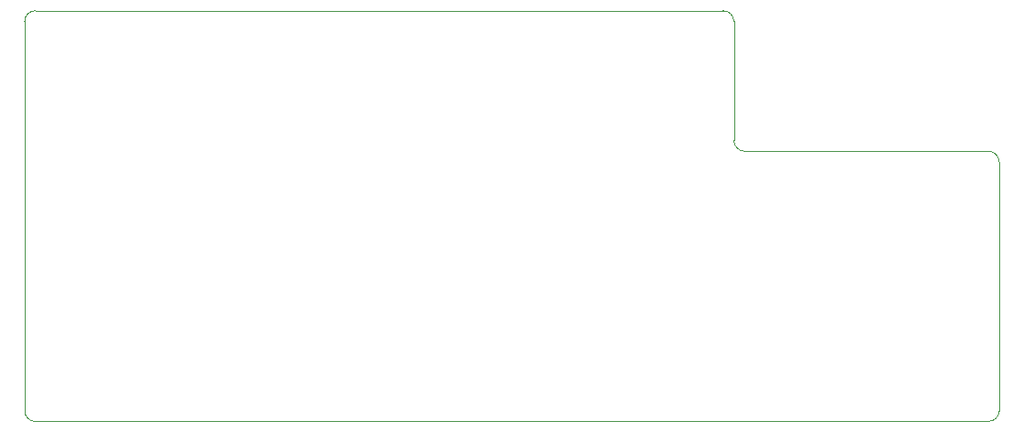
<source format=gbr>
G04 #@! TF.GenerationSoftware,KiCad,Pcbnew,(5.1.5)-3*
G04 #@! TF.CreationDate,2020-11-01T11:49:08+00:00*
G04 #@! TF.ProjectId,SCSIConnectorA,53435349-436f-46e6-9e65-63746f72412e,rev?*
G04 #@! TF.SameCoordinates,Original*
G04 #@! TF.FileFunction,Profile,NP*
%FSLAX46Y46*%
G04 Gerber Fmt 4.6, Leading zero omitted, Abs format (unit mm)*
G04 Created by KiCad (PCBNEW (5.1.5)-3) date 2020-11-01 11:49:08*
%MOMM*%
%LPD*%
G04 APERTURE LIST*
%ADD10C,0.050000*%
G04 APERTURE END LIST*
D10*
X95770000Y-95775000D02*
G75*
G02X94770000Y-94775000I0J1000000D01*
G01*
X94770000Y-58775000D02*
G75*
G02X95770000Y-57775000I1000000J0D01*
G01*
X159270000Y-57775000D02*
G75*
G02X160270000Y-58775000I0J-1000000D01*
G01*
X161270000Y-70775000D02*
G75*
G02X160270000Y-69775000I0J1000000D01*
G01*
X183770000Y-70775000D02*
G75*
G02X184770000Y-71775000I0J-1000000D01*
G01*
X184770000Y-94775000D02*
G75*
G02X183770000Y-95775000I-1000000J0D01*
G01*
X160270000Y-58775000D02*
X160270000Y-69775000D01*
X183770000Y-70775000D02*
X161270000Y-70775000D01*
X94770000Y-58775000D02*
X94770000Y-94775000D01*
X159270000Y-57775000D02*
X95770000Y-57775000D01*
X184770000Y-94775000D02*
X184770000Y-71775000D01*
X95770000Y-95775000D02*
X183770000Y-95775000D01*
M02*

</source>
